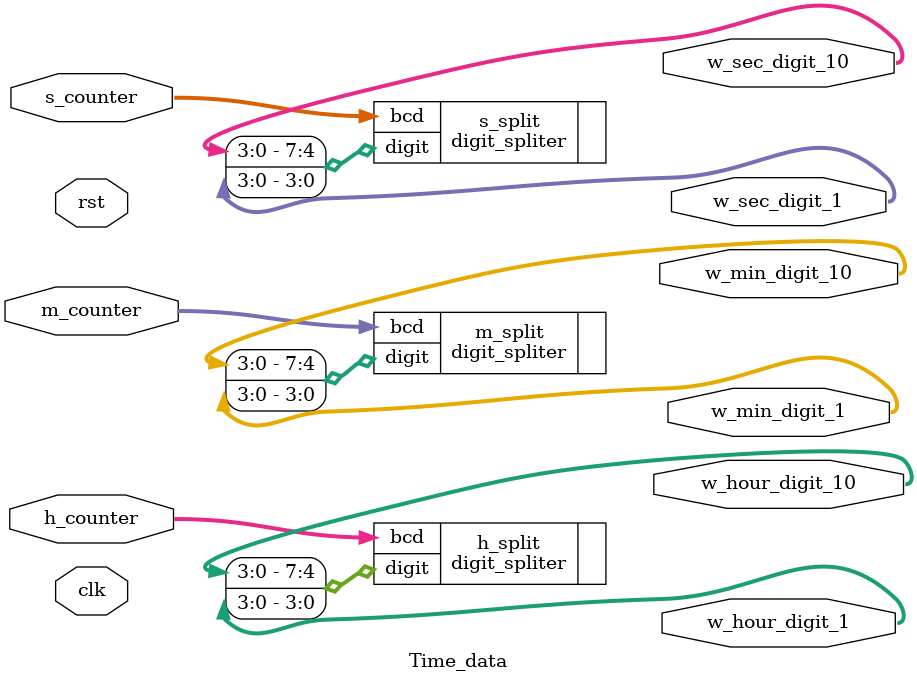
<source format=v>
module Top_Module(
                    input clk,
                    input rst,
                    input btn_run,
                    input btn_clear,
                    input btn_sec_cal,
                    input btn_min_cal,
                    input sw_mod,
                    input switch_mod,
                    input pm_mod,
                    input ultra_mod,
                    input [$clog2(400)-1:0] distance,
                    input [3:0] t_command,
                    output [5:0] led_mod,
                    output [3:0] fnd_comm,
                    output [7:0] fnd_font,
                    output [3:0] w_sec_digit_1, w_sec_digit_10, w_min_digit_1, w_min_digit_10, w_hour_digit_1, w_hour_digit_10
);

wire o_run, o_clear, o_mod_stopwatch;
wire o_mod_watch, o_sec_mod, o_min_mod, o_hour_mod;
wire [6:0] ms_counter;
wire [5:0] s_counter, m_counter;
wire [4:0] h_counter;
wire [6:0] w_ms_counter;
wire [5:0] w_s_counter, w_m_counter;
wire [4:0] w_h_counter;
wire o_sec_detect;
wire o_min_detect;
wire o_hour_detect;
Control_Unit U_Control_Unit(
                    .clk(clk),
                    .rst(rst),
                    .btn_run(btn_run),
                    .btn_clear(btn_clear),
                    .btn_sec_cal(btn_sec_cal),
                    .btn_min_cal(btn_min_cal),
                    .sw_mod(sw_mod),
                    .w_mod(switch_mod),
                    .ultra_mod(ultra_mod),
                    .t_command(t_command),
                    .o_run(o_run),
                    .o_clear(o_clear),
                    .o_mod_stopwatch(o_mod_stopwatch),
                    .o_mod_watch(o_mod_watch),
                    .o_sec_detect(o_sec_detect),
                    .o_min_detect(o_min_detect),
                    .o_hour_detect(o_hour_detect)
);



Fnd_Ctrl_Unit U_Fnd_ctrl_Unit(
                    .ms_counter(ms_counter),
                    .s_counter(s_counter),
                    .m_counter(m_counter),
                    .h_counter(h_counter),
                    .w_ms_counter(w_ms_counter),
                    .w_s_counter(w_s_counter),
                    .w_m_counter(w_m_counter),
                    .w_h_counter(w_h_counter),
                    .distance(distance),
                    .clk(clk),
                    .rst(rst),
                    .o_mod_stopwatch(o_mod_stopwatch),
                    .o_mod_watch(o_mod_watch),
                    .o_run(o_run),
                    .w_mod(switch_mod),
                    .ultra_mod(ultra_mod),
                    .fnd_font(fnd_font),
                    .fnd_comm(fnd_comm)
);

Datapath_Unit U_Datapath_Unit(
    .clk(clk),
    .rst(rst),
    .o_run(o_run),
    .o_clear(o_clear),
    .pm_mod(pm_mod),
    .btn_hour_cal(o_hour_detect),
    .btn_sec_cal(o_sec_detect),
    .btn_min_cal(o_min_detect),
    .ms_counter(ms_counter),
    .s_counter(s_counter),
    .m_counter(m_counter),
    .h_counter(h_counter),
    .w_ms_counter(w_ms_counter),
    .w_s_counter(w_s_counter),
    .w_m_counter(w_m_counter),
    .w_h_counter(w_h_counter)
);

led_generate U_led_generate(
    .clk(clk),
    .rst(rst),
    .sw_mod(sw_mod),
    .switch_mod(switch_mod),
    .pm_mod(pm_mod),
    .led_mod(led_mod)
);

Time_data U_Time_data(
    .clk(clk),
    .rst(rst),
    .s_counter(w_s_counter),
    .m_counter(w_m_counter),
    .h_counter(w_h_counter),
    .w_sec_digit_1(w_sec_digit_1),
    .w_sec_digit_10(w_sec_digit_10),
    .w_min_digit_1(w_min_digit_1),
    .w_min_digit_10(w_min_digit_10),
    .w_hour_digit_1(w_hour_digit_1),
    .w_hour_digit_10(w_hour_digit_10)
);

endmodule

module led_generate (
    input clk,
    input rst,
    input sw_mod,
    input switch_mod,
    input pm_mod,
    output reg [5:0] led_mod
);

always @(posedge clk or posedge rst) begin
    if (rst) begin
        led_mod <= 6'b000000;
    end else begin
        led_mod[1:0] <= sw_mod ? 2'b10 : 2'b01;
        led_mod[3:2] <= switch_mod ? 2'b10 : 2'b01;
        led_mod[5:4] <= pm_mod ? 2'b10 : 2'b01;
    end
end
    
endmodule

module Time_data(
    input clk,
    input rst,
    input [5:0] s_counter,
    input [5:0] m_counter,
    input [4:0] h_counter,
    output [3:0] w_sec_digit_1, w_sec_digit_10, w_min_digit_1, w_min_digit_10, w_hour_digit_1, w_hour_digit_10
);

    digit_spliter #(.WIDTH(6)) s_split(
        .bcd(s_counter),
        .digit({w_sec_digit_10, w_sec_digit_1})
    );
    digit_spliter #(.WIDTH(6)) m_split(
        .bcd(m_counter),
        .digit({w_min_digit_10, w_min_digit_1})
    );
    digit_spliter #(.WIDTH(5)) h_split(
        .bcd(h_counter),
        .digit({w_hour_digit_10, w_hour_digit_1})
    );

endmodule
</source>
